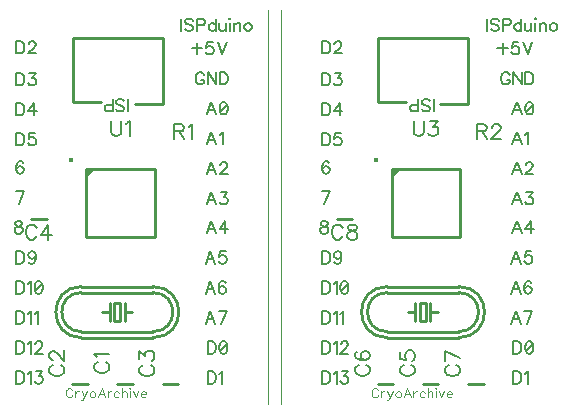
<source format=gto>
G04 DipTrace 2.2.0.9*
%INISPduino.GTO*%
%MOIN*%
%ADD10C,0.0098*%
%ADD15C,0.0013*%
%ADD16O,0.0165X0.0164*%
%ADD41C,0.0077*%
%ADD42C,0.0062*%
%ADD43C,0.0046*%
%FSLAX44Y44*%
%SFA1B1*%
%OFA0B0*%
G04*
G70*
G90*
G75*
G01*
%LNTopSilk*%
%LPD*%
X7640Y11836D2*
D10*
X9923D1*
Y9552D1*
X7640D1*
Y11836D1*
D16*
X7123Y12147D3*
G36*
X7640Y11836D2*
Y11521D1*
X7955Y11836D1*
X7640D1*
G37*
X9878Y7915D2*
D10*
X7478D1*
X9878Y6215D2*
X7478D1*
X9878Y7715D2*
X7478D1*
Y6415D2*
X9878D1*
X8778Y6765D2*
X8578D1*
Y7365D1*
X8778D1*
Y6765D1*
X8428D2*
Y7065D1*
Y7365D1*
X8928Y6765D2*
Y7065D1*
Y7365D1*
X8428Y7065D2*
X8178D1*
X8928D2*
X9178D1*
X9878Y6215D2*
G03X9878Y7915I0J850D01*
G01*
X7478D2*
G03X7478Y6215I0J-850D01*
G01*
X9878Y6415D2*
G03X9878Y7715I0J650D01*
G01*
X7478D2*
G03X7478Y6415I0J-650D01*
G01*
X9195Y4653D2*
X8684D1*
X7695D2*
X7184D1*
X10696Y4652D2*
X10185D1*
X6321Y10152D2*
X5810D1*
X9253Y14004D2*
X10191D1*
Y16191D1*
X7191D1*
Y14129D1*
Y14066D1*
X8128D1*
X17828Y11836D2*
X20112D1*
Y9552D1*
X17828D1*
Y11836D1*
D16*
X17312Y12147D3*
G36*
X17828Y11836D2*
Y11521D1*
X18143Y11836D1*
X17828D1*
G37*
X20067Y7915D2*
D10*
X17667D1*
X20067Y6215D2*
X17667D1*
X20067Y7715D2*
X17667D1*
Y6415D2*
X20067D1*
X18967Y6765D2*
X18767D1*
Y7365D1*
X18967D1*
Y6765D1*
X18617D2*
Y7065D1*
Y7365D1*
X19117Y6765D2*
Y7065D1*
Y7365D1*
X18617Y7065D2*
X18366D1*
X19117D2*
X19367D1*
X20067Y6215D2*
G03X20067Y7915I0J850D01*
G01*
X17667D2*
G03X17667Y6215I0J-850D01*
G01*
X20067Y6415D2*
G03X20067Y7715I0J650D01*
G01*
X17667D2*
G03X17667Y6415I0J-650D01*
G01*
X19384Y4653D2*
X18872D1*
X17884D2*
X17372D1*
X20885Y4652D2*
X20374D1*
X16510Y10152D2*
X15998D1*
X19442Y14004D2*
X20379D1*
Y16191D1*
X17379D1*
Y14129D1*
Y14066D1*
X18317D1*
X13691Y17129D2*
D15*
Y4003D1*
X14129Y17129D2*
Y4003D1*
X8477Y13434D2*
D41*
Y13075D1*
D2*
X8501Y13003D1*
D2*
X8549Y12956D1*
D2*
X8620Y12931D1*
D2*
X8668D1*
D2*
X8740Y12956D1*
D2*
X8788Y13003D1*
D2*
X8812Y13075D1*
D2*
Y13434D1*
X8966Y13338D2*
X9014Y13362D1*
D2*
X9086Y13433D1*
D2*
Y12931D1*
X8031Y5404D2*
X7984Y5380D1*
D2*
X7936Y5332D1*
D2*
X7912Y5284D1*
D2*
Y5189D1*
D2*
X7936Y5141D1*
D2*
X7984Y5093D1*
D2*
X8031Y5069D1*
D2*
X8103Y5045D1*
D2*
X8223D1*
D2*
X8294Y5069D1*
D2*
X8343Y5093D1*
D2*
X8390Y5141D1*
D2*
X8414Y5189D1*
D2*
Y5284D1*
D2*
X8390Y5332D1*
D2*
X8343Y5380D1*
D2*
X8294Y5404D1*
X8008Y5558D2*
X7984Y5606D1*
D2*
X7913Y5678D1*
D2*
X8414D1*
X6531Y5296D2*
X6484Y5272D1*
D2*
X6436Y5224D1*
D2*
X6412Y5177D1*
D2*
Y5081D1*
D2*
X6436Y5033D1*
D2*
X6484Y4985D1*
D2*
X6531Y4961D1*
D2*
X6603Y4937D1*
D2*
X6723D1*
D2*
X6794Y4961D1*
D2*
X6842Y4985D1*
D2*
X6890Y5033D1*
D2*
X6914Y5081D1*
D2*
Y5177D1*
D2*
X6890Y5224D1*
D2*
X6842Y5272D1*
D2*
X6794Y5296D1*
X6532Y5475D2*
X6508D1*
D2*
X6460Y5499D1*
D2*
X6436Y5522D1*
D2*
X6412Y5570D1*
D2*
Y5666D1*
D2*
X6436Y5714D1*
D2*
X6460Y5737D1*
D2*
X6508Y5762D1*
D2*
X6555D1*
D2*
X6604Y5737D1*
D2*
X6675Y5690D1*
D2*
X6914Y5450D1*
D2*
Y5785D1*
X10573Y13090D2*
X10788D1*
D2*
X10859Y13114D1*
D2*
X10884Y13138D1*
D2*
X10908Y13185D1*
D2*
Y13233D1*
D2*
X10884Y13281D1*
D2*
X10859Y13305D1*
D2*
X10788Y13329D1*
D2*
X10573D1*
D2*
Y12827D1*
X10740Y13090D2*
X10908Y12827D1*
X11062Y13233D2*
X11110Y13257D1*
D2*
X11182Y13329D1*
D2*
Y12827D1*
X9533Y5295D2*
X9485Y5271D1*
D2*
X9437Y5223D1*
D2*
X9413Y5176D1*
D2*
Y5080D1*
D2*
X9437Y5032D1*
D2*
X9485Y4984D1*
D2*
X9533Y4960D1*
D2*
X9604Y4936D1*
D2*
X9724D1*
D2*
X9796Y4960D1*
D2*
X9844Y4984D1*
D2*
X9891Y5032D1*
D2*
X9916Y5080D1*
D2*
Y5176D1*
D2*
X9891Y5223D1*
D2*
X9844Y5271D1*
D2*
X9796Y5295D1*
X9414Y5498D2*
Y5760D1*
D2*
X9605Y5617D1*
D2*
Y5689D1*
D2*
X9629Y5736D1*
D2*
X9652Y5760D1*
D2*
X9724Y5784D1*
D2*
X9772D1*
D2*
X9844Y5760D1*
D2*
X9892Y5713D1*
D2*
X9916Y5641D1*
D2*
Y5569D1*
D2*
X9892Y5498D1*
D2*
X9867Y5474D1*
D2*
X9820Y5449D1*
X5988Y9863D2*
X5964Y9911D1*
D2*
X5916Y9959D1*
D2*
X5869Y9983D1*
D2*
X5773D1*
D2*
X5725Y9959D1*
D2*
X5677Y9911D1*
D2*
X5653Y9863D1*
D2*
X5629Y9791D1*
D2*
Y9671D1*
D2*
X5653Y9600D1*
D2*
X5677Y9552D1*
D2*
X5725Y9505D1*
D2*
X5773Y9480D1*
D2*
X5869D1*
D2*
X5916Y9505D1*
D2*
X5964Y9552D1*
D2*
X5988Y9600D1*
X6382Y9480D2*
Y9982D1*
D2*
X6142Y9648D1*
D2*
X6501D1*
X18558Y13434D2*
Y13075D1*
D2*
X18582Y13003D1*
D2*
X18630Y12956D1*
D2*
X18702Y12931D1*
D2*
X18749D1*
D2*
X18821Y12956D1*
D2*
X18869Y13003D1*
D2*
X18893Y13075D1*
D2*
Y13434D1*
X19095Y13433D2*
X19358D1*
D2*
X19215Y13242D1*
D2*
X19286D1*
D2*
X19334Y13218D1*
D2*
X19358Y13195D1*
D2*
X19382Y13123D1*
D2*
Y13075D1*
D2*
X19358Y13003D1*
D2*
X19310Y12955D1*
D2*
X19238Y12931D1*
D2*
X19167D1*
D2*
X19095Y12955D1*
D2*
X19071Y12980D1*
D2*
X19047Y13027D1*
X18220Y5296D2*
X18172Y5272D1*
D2*
X18124Y5224D1*
D2*
X18101Y5177D1*
D2*
Y5081D1*
D2*
X18124Y5033D1*
D2*
X18172Y4985D1*
D2*
X18220Y4961D1*
D2*
X18292Y4937D1*
D2*
X18412D1*
D2*
X18483Y4961D1*
D2*
X18531Y4985D1*
D2*
X18579Y5033D1*
D2*
X18603Y5081D1*
D2*
Y5177D1*
D2*
X18579Y5224D1*
D2*
X18531Y5272D1*
D2*
X18483Y5296D1*
X18101Y5737D2*
Y5499D1*
D2*
X18316Y5475D1*
D2*
X18292Y5499D1*
D2*
X18268Y5570D1*
D2*
Y5642D1*
D2*
X18292Y5714D1*
D2*
X18340Y5762D1*
D2*
X18412Y5785D1*
D2*
X18459D1*
D2*
X18531Y5762D1*
D2*
X18579Y5714D1*
D2*
X18603Y5642D1*
D2*
Y5570D1*
D2*
X18579Y5499D1*
D2*
X18555Y5475D1*
D2*
X18507Y5450D1*
X16720Y5308D2*
X16672Y5284D1*
D2*
X16624Y5236D1*
D2*
X16600Y5189D1*
D2*
Y5093D1*
D2*
X16624Y5045D1*
D2*
X16672Y4998D1*
D2*
X16720Y4973D1*
D2*
X16792Y4950D1*
D2*
X16912D1*
D2*
X16983Y4973D1*
D2*
X17031Y4998D1*
D2*
X17078Y5045D1*
D2*
X17103Y5093D1*
D2*
Y5189D1*
D2*
X17078Y5236D1*
D2*
X17031Y5284D1*
D2*
X16983Y5308D1*
X16672Y5749D2*
X16625Y5726D1*
D2*
X16601Y5654D1*
D2*
Y5606D1*
D2*
X16625Y5534D1*
D2*
X16697Y5486D1*
D2*
X16816Y5463D1*
D2*
X16935D1*
D2*
X17031Y5486D1*
D2*
X17079Y5534D1*
D2*
X17103Y5606D1*
D2*
Y5630D1*
D2*
X17079Y5701D1*
D2*
X17031Y5749D1*
D2*
X16959Y5773D1*
D2*
X16935D1*
D2*
X16863Y5749D1*
D2*
X16816Y5701D1*
D2*
X16792Y5630D1*
D2*
Y5606D1*
D2*
X16816Y5534D1*
D2*
X16863Y5486D1*
D2*
X16935Y5463D1*
X20654Y13090D2*
X20869D1*
D2*
X20940Y13114D1*
D2*
X20965Y13138D1*
D2*
X20989Y13185D1*
D2*
Y13233D1*
D2*
X20965Y13281D1*
D2*
X20940Y13305D1*
D2*
X20869Y13329D1*
D2*
X20654D1*
D2*
Y12827D1*
X20821Y13090D2*
X20989Y12827D1*
X21167Y13209D2*
Y13233D1*
D2*
X21191Y13281D1*
D2*
X21215Y13305D1*
D2*
X21263Y13329D1*
D2*
X21359D1*
D2*
X21406Y13305D1*
D2*
X21430Y13281D1*
D2*
X21454Y13233D1*
D2*
Y13185D1*
D2*
X21430Y13137D1*
D2*
X21382Y13066D1*
D2*
X21143Y12827D1*
D2*
X21478D1*
X19721Y5295D2*
X19674Y5271D1*
D2*
X19626Y5223D1*
D2*
X19602Y5176D1*
D2*
Y5080D1*
D2*
X19626Y5032D1*
D2*
X19674Y4984D1*
D2*
X19721Y4960D1*
D2*
X19793Y4936D1*
D2*
X19913D1*
D2*
X19984Y4960D1*
D2*
X20032Y4984D1*
D2*
X20080Y5032D1*
D2*
X20104Y5080D1*
D2*
Y5176D1*
D2*
X20080Y5223D1*
D2*
X20032Y5271D1*
D2*
X19984Y5295D1*
X20104Y5545D2*
X19602Y5784D1*
D2*
Y5449D1*
X16189Y9863D2*
X16165Y9911D1*
D2*
X16117Y9959D1*
D2*
X16069Y9983D1*
D2*
X15974D1*
D2*
X15926Y9959D1*
D2*
X15878Y9911D1*
D2*
X15854Y9863D1*
D2*
X15830Y9791D1*
D2*
Y9671D1*
D2*
X15854Y9600D1*
D2*
X15878Y9552D1*
D2*
X15926Y9505D1*
D2*
X15974Y9480D1*
D2*
X16069D1*
D2*
X16117Y9505D1*
D2*
X16165Y9552D1*
D2*
X16189Y9600D1*
X16463Y9982D2*
X16391Y9958D1*
D2*
X16367Y9911D1*
D2*
Y9863D1*
D2*
X16391Y9815D1*
D2*
X16439Y9791D1*
D2*
X16534Y9767D1*
D2*
X16606Y9743D1*
D2*
X16654Y9695D1*
D2*
X16678Y9648D1*
D2*
Y9576D1*
D2*
X16654Y9528D1*
D2*
X16630Y9504D1*
D2*
X16558Y9480D1*
D2*
X16463D1*
D2*
X16391Y9504D1*
D2*
X16367Y9528D1*
D2*
X16343Y9576D1*
D2*
Y9648D1*
D2*
X16367Y9695D1*
D2*
X16415Y9743D1*
D2*
X16486Y9767D1*
D2*
X16582Y9791D1*
D2*
X16630Y9815D1*
D2*
X16654Y9863D1*
D2*
Y9911D1*
D2*
X16630Y9958D1*
D2*
X16558Y9982D1*
D2*
X16463D1*
X11332Y16026D2*
D42*
Y15681D1*
X11160Y15853D2*
X11504D1*
X11857Y16054D2*
X11666D1*
D2*
X11647Y15882D1*
D2*
X11666Y15901D1*
D2*
X11724Y15921D1*
D2*
X11781D1*
D2*
X11838Y15901D1*
D2*
X11877Y15863D1*
D2*
X11896Y15806D1*
D2*
Y15768D1*
D2*
X11877Y15710D1*
D2*
X11838Y15672D1*
D2*
X11781Y15653D1*
D2*
X11724D1*
D2*
X11666Y15672D1*
D2*
X11647Y15691D1*
D2*
X11628Y15729D1*
X12019Y16055D2*
X12172Y15653D1*
D2*
X12325Y16055D1*
X11572Y14959D2*
X11553Y14997D1*
D2*
X11514Y15036D1*
D2*
X11476Y15055D1*
D2*
X11400D1*
D2*
X11361Y15036D1*
D2*
X11323Y14997D1*
D2*
X11304Y14959D1*
D2*
X11285Y14902D1*
D2*
Y14806D1*
D2*
X11304Y14749D1*
D2*
X11323Y14710D1*
D2*
X11361Y14672D1*
D2*
X11400Y14653D1*
D2*
X11476D1*
D2*
X11514Y14672D1*
D2*
X11553Y14710D1*
D2*
X11572Y14749D1*
D2*
Y14806D1*
D2*
X11476D1*
X11963Y15055D2*
Y14653D1*
D2*
X11695Y15055D1*
D2*
Y14653D1*
X12087Y15055D2*
Y14653D1*
D2*
X12221D1*
D2*
X12278Y14672D1*
D2*
X12317Y14710D1*
D2*
X12336Y14749D1*
D2*
X12355Y14806D1*
D2*
Y14902D1*
D2*
X12336Y14959D1*
D2*
X12317Y14997D1*
D2*
X12278Y15036D1*
D2*
X12221Y15055D1*
D2*
X12087D1*
X11966Y13653D2*
X11813Y14055D1*
D2*
X11660Y13653D1*
X11717Y13787D2*
X11909D1*
X12205Y14054D2*
X12147Y14035D1*
D2*
X12109Y13978D1*
D2*
X12090Y13882D1*
D2*
Y13825D1*
D2*
X12109Y13729D1*
D2*
X12147Y13672D1*
D2*
X12205Y13653D1*
D2*
X12243D1*
D2*
X12300Y13672D1*
D2*
X12338Y13729D1*
D2*
X12358Y13825D1*
D2*
Y13882D1*
D2*
X12338Y13978D1*
D2*
X12300Y14035D1*
D2*
X12243Y14054D1*
D2*
X12205D1*
X12338Y13978D2*
X12109Y13729D1*
X11966Y12653D2*
X11813Y13055D1*
D2*
X11660Y12653D1*
X11717Y12787D2*
X11909D1*
X12090Y12978D2*
X12128Y12997D1*
D2*
X12186Y13054D1*
D2*
Y12653D1*
X11966Y11653D2*
X11813Y12054D1*
D2*
X11660Y11653D1*
X11717Y11787D2*
X11909D1*
X12109Y11959D2*
Y11978D1*
D2*
X12128Y12016D1*
D2*
X12147Y12035D1*
D2*
X12186Y12054D1*
D2*
X12262D1*
D2*
X12300Y12035D1*
D2*
X12319Y12016D1*
D2*
X12339Y11978D1*
D2*
Y11939D1*
D2*
X12319Y11901D1*
D2*
X12281Y11844D1*
D2*
X12090Y11653D1*
D2*
X12358D1*
X11966Y10652D2*
X11813Y11054D1*
D2*
X11660Y10652D1*
X11717Y10786D2*
X11909D1*
X12128Y11054D2*
X12338D1*
D2*
X12224Y10901D1*
D2*
X12281D1*
D2*
X12319Y10882D1*
D2*
X12338Y10863D1*
D2*
X12358Y10805D1*
D2*
Y10767D1*
D2*
X12338Y10710D1*
D2*
X12300Y10671D1*
D2*
X12243Y10652D1*
D2*
X12185D1*
D2*
X12128Y10671D1*
D2*
X12109Y10691D1*
D2*
X12090Y10729D1*
X11966Y9715D2*
X11813Y10117D1*
D2*
X11660Y9715D1*
X11717Y9849D2*
X11909D1*
X12281Y9715D2*
Y10116D1*
D2*
X12090Y9849D1*
D2*
X12377D1*
X11935Y8684D2*
X11781Y9086D1*
D2*
X11628Y8684D1*
X11686Y8818D2*
X11877D1*
X12288Y9085D2*
X12097D1*
D2*
X12078Y8913D1*
D2*
X12097Y8932D1*
D2*
X12154Y8952D1*
D2*
X12211D1*
D2*
X12269Y8932D1*
D2*
X12307Y8894D1*
D2*
X12326Y8837D1*
D2*
Y8799D1*
D2*
X12307Y8741D1*
D2*
X12269Y8703D1*
D2*
X12211Y8684D1*
D2*
X12154D1*
D2*
X12097Y8703D1*
D2*
X12078Y8722D1*
D2*
X12058Y8760D1*
X11935Y7684D2*
X11781Y8086D1*
D2*
X11628Y7684D1*
X11686Y7818D2*
X11877D1*
X12288Y8028D2*
X12269Y8066D1*
D2*
X12211Y8085D1*
D2*
X12173D1*
D2*
X12116Y8066D1*
D2*
X12077Y8009D1*
D2*
X12058Y7913D1*
D2*
Y7818D1*
D2*
X12077Y7741D1*
D2*
X12116Y7703D1*
D2*
X12173Y7684D1*
D2*
X12192D1*
D2*
X12249Y7703D1*
D2*
X12288Y7741D1*
D2*
X12307Y7799D1*
D2*
Y7818D1*
D2*
X12288Y7875D1*
D2*
X12249Y7913D1*
D2*
X12192Y7932D1*
D2*
X12173D1*
D2*
X12116Y7913D1*
D2*
X12077Y7875D1*
D2*
X12058Y7818D1*
X11935Y6684D2*
X11781Y7086D1*
D2*
X11628Y6684D1*
X11686Y6818D2*
X11877D1*
X12135Y6684D2*
X12326Y7085D1*
D2*
X12058D1*
X11691Y6085D2*
Y5684D1*
D2*
X11825D1*
D2*
X11882Y5703D1*
D2*
X11921Y5741D1*
D2*
X11940Y5779D1*
D2*
X11959Y5837D1*
D2*
Y5932D1*
D2*
X11940Y5990D1*
D2*
X11921Y6028D1*
D2*
X11882Y6066D1*
D2*
X11825Y6085D1*
D2*
X11691D1*
X12197D2*
X12140Y6066D1*
D2*
X12101Y6009D1*
D2*
X12082Y5913D1*
D2*
Y5856D1*
D2*
X12101Y5760D1*
D2*
X12140Y5703D1*
D2*
X12197Y5684D1*
D2*
X12235D1*
D2*
X12293Y5703D1*
D2*
X12331Y5760D1*
D2*
X12350Y5856D1*
D2*
Y5913D1*
D2*
X12331Y6009D1*
D2*
X12293Y6066D1*
D2*
X12235Y6085D1*
D2*
X12197D1*
X12331Y6009D2*
X12101Y5760D1*
X11691Y5085D2*
Y4683D1*
D2*
X11825D1*
D2*
X11882Y4703D1*
D2*
X11921Y4741D1*
D2*
X11940Y4779D1*
D2*
X11959Y4836D1*
D2*
Y4932D1*
D2*
X11940Y4990D1*
D2*
X11921Y5028D1*
D2*
X11882Y5066D1*
D2*
X11825Y5085D1*
D2*
X11691D1*
X12082Y5008D2*
X12121Y5028D1*
D2*
X12178Y5085D1*
D2*
Y4683D1*
X5315Y16086D2*
Y15685D1*
D2*
X5449D1*
D2*
X5507Y15704D1*
D2*
X5545Y15742D1*
D2*
X5564Y15781D1*
D2*
X5583Y15838D1*
D2*
Y15934D1*
D2*
X5564Y15991D1*
D2*
X5545Y16029D1*
D2*
X5507Y16067D1*
D2*
X5449Y16086D1*
D2*
X5315D1*
X5726Y15991D2*
Y16010D1*
D2*
X5745Y16048D1*
D2*
X5764Y16067D1*
D2*
X5803Y16086D1*
D2*
X5879D1*
D2*
X5917Y16067D1*
D2*
X5936Y16048D1*
D2*
X5956Y16010D1*
D2*
Y15972D1*
D2*
X5936Y15933D1*
D2*
X5898Y15876D1*
D2*
X5707Y15685D1*
D2*
X5975D1*
X5315Y15024D2*
Y14622D1*
D2*
X5449D1*
D2*
X5507Y14641D1*
D2*
X5545Y14679D1*
D2*
X5564Y14718D1*
D2*
X5583Y14775D1*
D2*
Y14871D1*
D2*
X5564Y14928D1*
D2*
X5545Y14966D1*
D2*
X5507Y15005D1*
D2*
X5449Y15024D1*
D2*
X5315D1*
X5745Y15023D2*
X5955D1*
D2*
X5841Y14870D1*
D2*
X5898D1*
D2*
X5936Y14851D1*
D2*
X5955Y14832D1*
D2*
X5975Y14775D1*
D2*
Y14737D1*
D2*
X5955Y14679D1*
D2*
X5917Y14641D1*
D2*
X5860Y14622D1*
D2*
X5802D1*
D2*
X5745Y14641D1*
D2*
X5726Y14660D1*
D2*
X5707Y14698D1*
X5315Y14024D2*
Y13622D1*
D2*
X5449D1*
D2*
X5507Y13641D1*
D2*
X5545Y13679D1*
D2*
X5564Y13718D1*
D2*
X5583Y13775D1*
D2*
Y13871D1*
D2*
X5564Y13928D1*
D2*
X5545Y13966D1*
D2*
X5507Y14005D1*
D2*
X5449Y14024D1*
D2*
X5315D1*
X5898Y13622D2*
Y14023D1*
D2*
X5707Y13756D1*
D2*
X5994D1*
X5315Y13024D2*
Y12622D1*
D2*
X5449D1*
D2*
X5507Y12641D1*
D2*
X5545Y12679D1*
D2*
X5564Y12718D1*
D2*
X5583Y12775D1*
D2*
Y12871D1*
D2*
X5564Y12928D1*
D2*
X5545Y12966D1*
D2*
X5507Y13005D1*
D2*
X5449Y13024D1*
D2*
X5315D1*
X5936Y13023D2*
X5745D1*
D2*
X5726Y12851D1*
D2*
X5745Y12870D1*
D2*
X5803Y12890D1*
D2*
X5860D1*
D2*
X5917Y12870D1*
D2*
X5956Y12832D1*
D2*
X5975Y12775D1*
D2*
Y12737D1*
D2*
X5956Y12679D1*
D2*
X5917Y12641D1*
D2*
X5860Y12622D1*
D2*
X5803D1*
D2*
X5745Y12641D1*
D2*
X5726Y12660D1*
D2*
X5707Y12698D1*
X5545Y12029D2*
X5526Y12067D1*
D2*
X5468Y12086D1*
D2*
X5430D1*
D2*
X5373Y12067D1*
D2*
X5334Y12009D1*
D2*
X5315Y11914D1*
D2*
Y11818D1*
D2*
X5334Y11742D1*
D2*
X5373Y11703D1*
D2*
X5430Y11684D1*
D2*
X5449D1*
D2*
X5506Y11703D1*
D2*
X5545Y11742D1*
D2*
X5564Y11799D1*
D2*
Y11818D1*
D2*
X5545Y11876D1*
D2*
X5506Y11914D1*
D2*
X5449Y11933D1*
D2*
X5430D1*
D2*
X5373Y11914D1*
D2*
X5334Y11876D1*
D2*
X5315Y11818D1*
X5392Y10684D2*
X5583Y11086D1*
D2*
X5315D1*
X5348Y10085D2*
X5291Y10066D1*
D2*
X5272Y10028D1*
D2*
Y9990D1*
D2*
X5291Y9952D1*
D2*
X5329Y9932D1*
D2*
X5406Y9913D1*
D2*
X5463Y9894D1*
D2*
X5501Y9856D1*
D2*
X5520Y9818D1*
D2*
Y9760D1*
D2*
X5501Y9722D1*
D2*
X5482Y9703D1*
D2*
X5425Y9684D1*
D2*
X5348D1*
D2*
X5291Y9703D1*
D2*
X5272Y9722D1*
D2*
X5253Y9760D1*
D2*
Y9818D1*
D2*
X5272Y9856D1*
D2*
X5310Y9894D1*
D2*
X5367Y9913D1*
D2*
X5444Y9932D1*
D2*
X5482Y9952D1*
D2*
X5501Y9990D1*
D2*
Y10028D1*
D2*
X5482Y10066D1*
D2*
X5425Y10085D1*
D2*
X5348D1*
X5315Y9086D2*
Y8684D1*
D2*
X5449D1*
D2*
X5507Y8703D1*
D2*
X5545Y8741D1*
D2*
X5564Y8780D1*
D2*
X5583Y8837D1*
D2*
Y8933D1*
D2*
X5564Y8990D1*
D2*
X5545Y9028D1*
D2*
X5507Y9067D1*
D2*
X5449Y9086D1*
D2*
X5315D1*
X5956Y8952D2*
X5936Y8894D1*
D2*
X5898Y8856D1*
D2*
X5841Y8837D1*
D2*
X5822D1*
D2*
X5764Y8856D1*
D2*
X5726Y8894D1*
D2*
X5707Y8952D1*
D2*
Y8971D1*
D2*
X5726Y9028D1*
D2*
X5764Y9066D1*
D2*
X5822Y9085D1*
D2*
X5841D1*
D2*
X5898Y9066D1*
D2*
X5936Y9028D1*
D2*
X5956Y8952D1*
D2*
Y8856D1*
D2*
X5936Y8760D1*
D2*
X5898Y8703D1*
D2*
X5841Y8684D1*
D2*
X5803D1*
D2*
X5745Y8703D1*
D2*
X5726Y8741D1*
X5315Y8086D2*
Y7684D1*
D2*
X5449D1*
D2*
X5507Y7703D1*
D2*
X5545Y7741D1*
D2*
X5564Y7780D1*
D2*
X5583Y7837D1*
D2*
Y7933D1*
D2*
X5564Y7990D1*
D2*
X5545Y8028D1*
D2*
X5507Y8067D1*
D2*
X5449Y8086D1*
D2*
X5315D1*
X5707Y8009D2*
X5745Y8028D1*
D2*
X5803Y8085D1*
D2*
Y7684D1*
X6041Y8085D2*
X5984Y8066D1*
D2*
X5945Y8009D1*
D2*
X5926Y7913D1*
D2*
Y7856D1*
D2*
X5945Y7760D1*
D2*
X5984Y7703D1*
D2*
X6041Y7684D1*
D2*
X6079D1*
D2*
X6137Y7703D1*
D2*
X6175Y7760D1*
D2*
X6194Y7856D1*
D2*
Y7913D1*
D2*
X6175Y8009D1*
D2*
X6137Y8066D1*
D2*
X6079Y8085D1*
D2*
X6041D1*
X6175Y8009D2*
X5945Y7760D1*
X5315Y7086D2*
Y6684D1*
D2*
X5449D1*
D2*
X5507Y6703D1*
D2*
X5545Y6741D1*
D2*
X5564Y6780D1*
D2*
X5583Y6837D1*
D2*
Y6933D1*
D2*
X5564Y6990D1*
D2*
X5545Y7028D1*
D2*
X5507Y7067D1*
D2*
X5449Y7086D1*
D2*
X5315D1*
X5707Y7009D2*
X5745Y7028D1*
D2*
X5803Y7085D1*
D2*
Y6684D1*
X5926Y7009D2*
X5965Y7028D1*
D2*
X6022Y7085D1*
D2*
Y6684D1*
X5315Y6085D2*
Y5684D1*
D2*
X5449D1*
D2*
X5507Y5703D1*
D2*
X5545Y5741D1*
D2*
X5564Y5779D1*
D2*
X5583Y5837D1*
D2*
Y5932D1*
D2*
X5564Y5990D1*
D2*
X5545Y6028D1*
D2*
X5507Y6066D1*
D2*
X5449Y6085D1*
D2*
X5315D1*
X5707Y6009D2*
X5745Y6028D1*
D2*
X5803Y6085D1*
D2*
Y5684D1*
X5946Y5989D2*
Y6009D1*
D2*
X5965Y6047D1*
D2*
X5984Y6066D1*
D2*
X6022Y6085D1*
D2*
X6099D1*
D2*
X6137Y6066D1*
D2*
X6156Y6047D1*
D2*
X6175Y6009D1*
D2*
Y5970D1*
D2*
X6156Y5932D1*
D2*
X6118Y5875D1*
D2*
X5926Y5684D1*
D2*
X6194D1*
X5315Y5085D2*
Y4683D1*
D2*
X5449D1*
D2*
X5507Y4703D1*
D2*
X5545Y4741D1*
D2*
X5564Y4779D1*
D2*
X5583Y4836D1*
D2*
Y4932D1*
D2*
X5564Y4990D1*
D2*
X5545Y5028D1*
D2*
X5507Y5066D1*
D2*
X5449Y5085D1*
D2*
X5315D1*
X5707Y5008D2*
X5745Y5028D1*
D2*
X5803Y5085D1*
D2*
Y4683D1*
X5965Y5085D2*
X6175D1*
D2*
X6060Y4932D1*
D2*
X6118D1*
D2*
X6156Y4913D1*
D2*
X6175Y4894D1*
D2*
X6194Y4836D1*
D2*
Y4798D1*
D2*
X6175Y4741D1*
D2*
X6137Y4702D1*
D2*
X6079Y4683D1*
D2*
X6022D1*
D2*
X5965Y4702D1*
D2*
X5946Y4722D1*
D2*
X5926Y4760D1*
X21520Y16026D2*
Y15681D1*
X21348Y15853D2*
X21693D1*
X22046Y16054D2*
X21855D1*
D2*
X21836Y15882D1*
D2*
X21855Y15901D1*
D2*
X21912Y15921D1*
D2*
X21969D1*
D2*
X22027Y15901D1*
D2*
X22065Y15863D1*
D2*
X22084Y15806D1*
D2*
Y15768D1*
D2*
X22065Y15710D1*
D2*
X22027Y15672D1*
D2*
X21969Y15653D1*
D2*
X21912D1*
D2*
X21855Y15672D1*
D2*
X21836Y15691D1*
D2*
X21816Y15729D1*
X22208Y16055D2*
X22361Y15653D1*
D2*
X22514Y16055D1*
X21760Y14959D2*
X21741Y14997D1*
D2*
X21703Y15036D1*
D2*
X21665Y15055D1*
D2*
X21588D1*
D2*
X21550Y15036D1*
D2*
X21512Y14997D1*
D2*
X21492Y14959D1*
D2*
X21473Y14902D1*
D2*
Y14806D1*
D2*
X21492Y14749D1*
D2*
X21512Y14710D1*
D2*
X21550Y14672D1*
D2*
X21588Y14653D1*
D2*
X21665D1*
D2*
X21703Y14672D1*
D2*
X21741Y14710D1*
D2*
X21760Y14749D1*
D2*
Y14806D1*
D2*
X21665D1*
X22152Y15055D2*
Y14653D1*
D2*
X21884Y15055D1*
D2*
Y14653D1*
X22275Y15055D2*
Y14653D1*
D2*
X22409D1*
D2*
X22467Y14672D1*
D2*
X22505Y14710D1*
D2*
X22524Y14749D1*
D2*
X22543Y14806D1*
D2*
Y14902D1*
D2*
X22524Y14959D1*
D2*
X22505Y14997D1*
D2*
X22467Y15036D1*
D2*
X22409Y15055D1*
D2*
X22275D1*
X22155Y13653D2*
X22001Y14055D1*
D2*
X21849Y13653D1*
X21906Y13787D2*
X22097D1*
X22393Y14054D2*
X22336Y14035D1*
D2*
X22297Y13978D1*
D2*
X22278Y13882D1*
D2*
Y13825D1*
D2*
X22297Y13729D1*
D2*
X22336Y13672D1*
D2*
X22393Y13653D1*
D2*
X22431D1*
D2*
X22489Y13672D1*
D2*
X22527Y13729D1*
D2*
X22546Y13825D1*
D2*
Y13882D1*
D2*
X22527Y13978D1*
D2*
X22489Y14035D1*
D2*
X22431Y14054D1*
D2*
X22393D1*
X22527Y13978D2*
X22297Y13729D1*
X22155Y12653D2*
X22001Y13055D1*
D2*
X21849Y12653D1*
X21906Y12787D2*
X22097D1*
X22278Y12978D2*
X22317Y12997D1*
D2*
X22374Y13054D1*
D2*
Y12653D1*
X22155Y11653D2*
X22001Y12054D1*
D2*
X21849Y11653D1*
X21906Y11787D2*
X22097D1*
X22298Y11959D2*
Y11978D1*
D2*
X22317Y12016D1*
D2*
X22336Y12035D1*
D2*
X22374Y12054D1*
D2*
X22451D1*
D2*
X22489Y12035D1*
D2*
X22508Y12016D1*
D2*
X22527Y11978D1*
D2*
Y11939D1*
D2*
X22508Y11901D1*
D2*
X22470Y11844D1*
D2*
X22278Y11653D1*
D2*
X22546D1*
X22155Y10652D2*
X22001Y11054D1*
D2*
X21849Y10652D1*
X21906Y10786D2*
X22097D1*
X22317Y11054D2*
X22527D1*
D2*
X22412Y10901D1*
D2*
X22470D1*
D2*
X22508Y10882D1*
D2*
X22527Y10863D1*
D2*
X22546Y10805D1*
D2*
Y10767D1*
D2*
X22527Y10710D1*
D2*
X22489Y10671D1*
D2*
X22431Y10652D1*
D2*
X22374D1*
D2*
X22317Y10671D1*
D2*
X22298Y10691D1*
D2*
X22278Y10729D1*
X22155Y9715D2*
X22001Y10117D1*
D2*
X21849Y9715D1*
X21906Y9849D2*
X22097D1*
X22470Y9715D2*
Y10116D1*
D2*
X22278Y9849D1*
D2*
X22565D1*
X22123Y8684D2*
X21970Y9086D1*
D2*
X21817Y8684D1*
X21874Y8818D2*
X22066D1*
X22476Y9085D2*
X22285D1*
D2*
X22266Y8913D1*
D2*
X22285Y8932D1*
D2*
X22343Y8952D1*
D2*
X22400D1*
D2*
X22457Y8932D1*
D2*
X22496Y8894D1*
D2*
X22515Y8837D1*
D2*
Y8799D1*
D2*
X22496Y8741D1*
D2*
X22457Y8703D1*
D2*
X22400Y8684D1*
D2*
X22343D1*
D2*
X22285Y8703D1*
D2*
X22266Y8722D1*
D2*
X22247Y8760D1*
X22123Y7684D2*
X21970Y8086D1*
D2*
X21817Y7684D1*
X21874Y7818D2*
X22066D1*
X22476Y8028D2*
X22457Y8066D1*
D2*
X22400Y8085D1*
D2*
X22362D1*
D2*
X22304Y8066D1*
D2*
X22266Y8009D1*
D2*
X22247Y7913D1*
D2*
Y7818D1*
D2*
X22266Y7741D1*
D2*
X22304Y7703D1*
D2*
X22362Y7684D1*
D2*
X22381D1*
D2*
X22438Y7703D1*
D2*
X22476Y7741D1*
D2*
X22495Y7799D1*
D2*
Y7818D1*
D2*
X22476Y7875D1*
D2*
X22438Y7913D1*
D2*
X22381Y7932D1*
D2*
X22362D1*
D2*
X22304Y7913D1*
D2*
X22266Y7875D1*
D2*
X22247Y7818D1*
X22123Y6684D2*
X21970Y7086D1*
D2*
X21817Y6684D1*
X21874Y6818D2*
X22066D1*
X22323Y6684D2*
X22515Y7085D1*
D2*
X22247D1*
X21879Y6085D2*
Y5684D1*
D2*
X22013D1*
D2*
X22071Y5703D1*
D2*
X22109Y5741D1*
D2*
X22128Y5779D1*
D2*
X22147Y5837D1*
D2*
Y5932D1*
D2*
X22128Y5990D1*
D2*
X22109Y6028D1*
D2*
X22071Y6066D1*
D2*
X22013Y6085D1*
D2*
X21879D1*
X22386D2*
X22328Y6066D1*
D2*
X22290Y6009D1*
D2*
X22271Y5913D1*
D2*
Y5856D1*
D2*
X22290Y5760D1*
D2*
X22328Y5703D1*
D2*
X22386Y5684D1*
D2*
X22424D1*
D2*
X22481Y5703D1*
D2*
X22519Y5760D1*
D2*
X22539Y5856D1*
D2*
Y5913D1*
D2*
X22519Y6009D1*
D2*
X22481Y6066D1*
D2*
X22424Y6085D1*
D2*
X22386D1*
X22519Y6009D2*
X22290Y5760D1*
X21879Y5085D2*
Y4683D1*
D2*
X22013D1*
D2*
X22071Y4703D1*
D2*
X22109Y4741D1*
D2*
X22128Y4779D1*
D2*
X22147Y4836D1*
D2*
Y4932D1*
D2*
X22128Y4990D1*
D2*
X22109Y5028D1*
D2*
X22071Y5066D1*
D2*
X22013Y5085D1*
D2*
X21879D1*
X22271Y5008D2*
X22309Y5028D1*
D2*
X22367Y5085D1*
D2*
Y4683D1*
X15504Y16086D2*
Y15685D1*
D2*
X15638D1*
D2*
X15695Y15704D1*
D2*
X15734Y15742D1*
D2*
X15753Y15781D1*
D2*
X15772Y15838D1*
D2*
Y15934D1*
D2*
X15753Y15991D1*
D2*
X15734Y16029D1*
D2*
X15695Y16067D1*
D2*
X15638Y16086D1*
D2*
X15504D1*
X15915Y15991D2*
Y16010D1*
D2*
X15934Y16048D1*
D2*
X15953Y16067D1*
D2*
X15991Y16086D1*
D2*
X16068D1*
D2*
X16106Y16067D1*
D2*
X16125Y16048D1*
D2*
X16144Y16010D1*
D2*
Y15972D1*
D2*
X16125Y15933D1*
D2*
X16087Y15876D1*
D2*
X15895Y15685D1*
D2*
X16163D1*
X15504Y15024D2*
Y14622D1*
D2*
X15638D1*
D2*
X15695Y14641D1*
D2*
X15734Y14679D1*
D2*
X15753Y14718D1*
D2*
X15772Y14775D1*
D2*
Y14871D1*
D2*
X15753Y14928D1*
D2*
X15734Y14966D1*
D2*
X15695Y15005D1*
D2*
X15638Y15024D1*
D2*
X15504D1*
X15934Y15023D2*
X16144D1*
D2*
X16029Y14870D1*
D2*
X16087D1*
D2*
X16125Y14851D1*
D2*
X16144Y14832D1*
D2*
X16163Y14775D1*
D2*
Y14737D1*
D2*
X16144Y14679D1*
D2*
X16106Y14641D1*
D2*
X16048Y14622D1*
D2*
X15991D1*
D2*
X15934Y14641D1*
D2*
X15915Y14660D1*
D2*
X15895Y14698D1*
X15504Y14024D2*
Y13622D1*
D2*
X15638D1*
D2*
X15695Y13641D1*
D2*
X15734Y13679D1*
D2*
X15753Y13718D1*
D2*
X15772Y13775D1*
D2*
Y13871D1*
D2*
X15753Y13928D1*
D2*
X15734Y13966D1*
D2*
X15695Y14005D1*
D2*
X15638Y14024D1*
D2*
X15504D1*
X16087Y13622D2*
Y14023D1*
D2*
X15895Y13756D1*
D2*
X16182D1*
X15504Y13024D2*
Y12622D1*
D2*
X15638D1*
D2*
X15695Y12641D1*
D2*
X15734Y12679D1*
D2*
X15753Y12718D1*
D2*
X15772Y12775D1*
D2*
Y12871D1*
D2*
X15753Y12928D1*
D2*
X15734Y12966D1*
D2*
X15695Y13005D1*
D2*
X15638Y13024D1*
D2*
X15504D1*
X16125Y13023D2*
X15934D1*
D2*
X15915Y12851D1*
D2*
X15934Y12870D1*
D2*
X15991Y12890D1*
D2*
X16048D1*
D2*
X16106Y12870D1*
D2*
X16144Y12832D1*
D2*
X16163Y12775D1*
D2*
Y12737D1*
D2*
X16144Y12679D1*
D2*
X16106Y12641D1*
D2*
X16048Y12622D1*
D2*
X15991D1*
D2*
X15934Y12641D1*
D2*
X15915Y12660D1*
D2*
X15895Y12698D1*
X15733Y12029D2*
X15714Y12067D1*
D2*
X15657Y12086D1*
D2*
X15619D1*
D2*
X15561Y12067D1*
D2*
X15523Y12009D1*
D2*
X15504Y11914D1*
D2*
Y11818D1*
D2*
X15523Y11742D1*
D2*
X15561Y11703D1*
D2*
X15619Y11684D1*
D2*
X15638D1*
D2*
X15695Y11703D1*
D2*
X15733Y11742D1*
D2*
X15752Y11799D1*
D2*
Y11818D1*
D2*
X15733Y11876D1*
D2*
X15695Y11914D1*
D2*
X15638Y11933D1*
D2*
X15619D1*
D2*
X15561Y11914D1*
D2*
X15523Y11876D1*
D2*
X15504Y11818D1*
X15580Y10684D2*
X15772Y11086D1*
D2*
X15504D1*
X15537Y10085D2*
X15480Y10066D1*
D2*
X15460Y10028D1*
D2*
Y9990D1*
D2*
X15480Y9952D1*
D2*
X15518Y9932D1*
D2*
X15594Y9913D1*
D2*
X15652Y9894D1*
D2*
X15690Y9856D1*
D2*
X15709Y9818D1*
D2*
Y9760D1*
D2*
X15690Y9722D1*
D2*
X15671Y9703D1*
D2*
X15613Y9684D1*
D2*
X15537D1*
D2*
X15480Y9703D1*
D2*
X15460Y9722D1*
D2*
X15441Y9760D1*
D2*
Y9818D1*
D2*
X15460Y9856D1*
D2*
X15499Y9894D1*
D2*
X15556Y9913D1*
D2*
X15632Y9932D1*
D2*
X15671Y9952D1*
D2*
X15690Y9990D1*
D2*
Y10028D1*
D2*
X15671Y10066D1*
D2*
X15613Y10085D1*
D2*
X15537D1*
X15504Y9086D2*
Y8684D1*
D2*
X15638D1*
D2*
X15695Y8703D1*
D2*
X15734Y8741D1*
D2*
X15753Y8780D1*
D2*
X15772Y8837D1*
D2*
Y8933D1*
D2*
X15753Y8990D1*
D2*
X15734Y9028D1*
D2*
X15695Y9067D1*
D2*
X15638Y9086D1*
D2*
X15504D1*
X16144Y8952D2*
X16125Y8894D1*
D2*
X16087Y8856D1*
D2*
X16029Y8837D1*
D2*
X16010D1*
D2*
X15953Y8856D1*
D2*
X15915Y8894D1*
D2*
X15895Y8952D1*
D2*
Y8971D1*
D2*
X15915Y9028D1*
D2*
X15953Y9066D1*
D2*
X16010Y9085D1*
D2*
X16029D1*
D2*
X16087Y9066D1*
D2*
X16125Y9028D1*
D2*
X16144Y8952D1*
D2*
Y8856D1*
D2*
X16125Y8760D1*
D2*
X16087Y8703D1*
D2*
X16029Y8684D1*
D2*
X15991D1*
D2*
X15934Y8703D1*
D2*
X15915Y8741D1*
X15504Y8086D2*
Y7684D1*
D2*
X15638D1*
D2*
X15695Y7703D1*
D2*
X15734Y7741D1*
D2*
X15753Y7780D1*
D2*
X15772Y7837D1*
D2*
Y7933D1*
D2*
X15753Y7990D1*
D2*
X15734Y8028D1*
D2*
X15695Y8067D1*
D2*
X15638Y8086D1*
D2*
X15504D1*
X15895Y8009D2*
X15934Y8028D1*
D2*
X15991Y8085D1*
D2*
Y7684D1*
X16230Y8085D2*
X16172Y8066D1*
D2*
X16134Y8009D1*
D2*
X16115Y7913D1*
D2*
Y7856D1*
D2*
X16134Y7760D1*
D2*
X16172Y7703D1*
D2*
X16230Y7684D1*
D2*
X16268D1*
D2*
X16325Y7703D1*
D2*
X16363Y7760D1*
D2*
X16383Y7856D1*
D2*
Y7913D1*
D2*
X16363Y8009D1*
D2*
X16325Y8066D1*
D2*
X16268Y8085D1*
D2*
X16230D1*
X16363Y8009D2*
X16134Y7760D1*
X15504Y7086D2*
Y6684D1*
D2*
X15638D1*
D2*
X15695Y6703D1*
D2*
X15734Y6741D1*
D2*
X15753Y6780D1*
D2*
X15772Y6837D1*
D2*
Y6933D1*
D2*
X15753Y6990D1*
D2*
X15734Y7028D1*
D2*
X15695Y7067D1*
D2*
X15638Y7086D1*
D2*
X15504D1*
X15895Y7009D2*
X15934Y7028D1*
D2*
X15991Y7085D1*
D2*
Y6684D1*
X16115Y7009D2*
X16153Y7028D1*
D2*
X16211Y7085D1*
D2*
Y6684D1*
X15504Y6085D2*
Y5684D1*
D2*
X15638D1*
D2*
X15695Y5703D1*
D2*
X15734Y5741D1*
D2*
X15753Y5779D1*
D2*
X15772Y5837D1*
D2*
Y5932D1*
D2*
X15753Y5990D1*
D2*
X15734Y6028D1*
D2*
X15695Y6066D1*
D2*
X15638Y6085D1*
D2*
X15504D1*
X15895Y6009D2*
X15934Y6028D1*
D2*
X15991Y6085D1*
D2*
Y5684D1*
X16134Y5989D2*
Y6009D1*
D2*
X16153Y6047D1*
D2*
X16172Y6066D1*
D2*
X16211Y6085D1*
D2*
X16287D1*
D2*
X16325Y6066D1*
D2*
X16344Y6047D1*
D2*
X16364Y6009D1*
D2*
Y5970D1*
D2*
X16344Y5932D1*
D2*
X16306Y5875D1*
D2*
X16115Y5684D1*
D2*
X16383D1*
X15504Y5085D2*
Y4683D1*
D2*
X15638D1*
D2*
X15695Y4703D1*
D2*
X15734Y4741D1*
D2*
X15753Y4779D1*
D2*
X15772Y4836D1*
D2*
Y4932D1*
D2*
X15753Y4990D1*
D2*
X15734Y5028D1*
D2*
X15695Y5066D1*
D2*
X15638Y5085D1*
D2*
X15504D1*
X15895Y5008D2*
X15934Y5028D1*
D2*
X15991Y5085D1*
D2*
Y4683D1*
X16153Y5085D2*
X16363D1*
D2*
X16249Y4932D1*
D2*
X16306D1*
D2*
X16344Y4913D1*
D2*
X16363Y4894D1*
D2*
X16383Y4836D1*
D2*
Y4798D1*
D2*
X16363Y4741D1*
D2*
X16325Y4702D1*
D2*
X16268Y4683D1*
D2*
X16210D1*
D2*
X16153Y4702D1*
D2*
X16134Y4722D1*
D2*
X16115Y4760D1*
X10816Y16837D2*
Y16435D1*
X11207Y16779D2*
X11169Y16818D1*
D2*
X11112Y16837D1*
D2*
X11035D1*
D2*
X10978Y16818D1*
D2*
X10939Y16779D1*
D2*
Y16741D1*
D2*
X10959Y16703D1*
D2*
X10978Y16684D1*
D2*
X11016Y16665D1*
D2*
X11131Y16626D1*
D2*
X11169Y16607D1*
D2*
X11188Y16588D1*
D2*
X11207Y16550D1*
D2*
Y16492D1*
D2*
X11169Y16454D1*
D2*
X11112Y16435D1*
D2*
X11035D1*
D2*
X10978Y16454D1*
D2*
X10939Y16492D1*
X11331Y16626D2*
X11503D1*
D2*
X11560Y16645D1*
D2*
X11580Y16665D1*
D2*
X11599Y16703D1*
D2*
Y16760D1*
D2*
X11580Y16798D1*
D2*
X11560Y16818D1*
D2*
X11503Y16837D1*
D2*
X11331D1*
D2*
Y16435D1*
X11952Y16837D2*
Y16435D1*
Y16645D2*
X11914Y16684D1*
D2*
X11875Y16703D1*
D2*
X11818D1*
D2*
X11780Y16684D1*
D2*
X11741Y16645D1*
D2*
X11722Y16588D1*
D2*
Y16550D1*
D2*
X11741Y16492D1*
D2*
X11780Y16454D1*
D2*
X11818Y16435D1*
D2*
X11875D1*
D2*
X11914Y16454D1*
D2*
X11952Y16492D1*
X12075Y16703D2*
Y16511D1*
D2*
X12094Y16454D1*
D2*
X12133Y16435D1*
D2*
X12190D1*
D2*
X12228Y16454D1*
D2*
X12286Y16511D1*
Y16703D2*
Y16435D1*
X12409Y16837D2*
X12428Y16818D1*
D2*
X12448Y16837D1*
D2*
X12428Y16856D1*
D2*
X12409Y16837D1*
X12428Y16703D2*
Y16435D1*
X12571Y16703D2*
Y16435D1*
Y16626D2*
X12629Y16684D1*
D2*
X12667Y16703D1*
D2*
X12724D1*
D2*
X12763Y16684D1*
D2*
X12782Y16626D1*
D2*
Y16435D1*
X13001Y16703D2*
X12963Y16684D1*
D2*
X12924Y16645D1*
D2*
X12905Y16588D1*
D2*
Y16550D1*
D2*
X12924Y16492D1*
D2*
X12963Y16454D1*
D2*
X13001Y16435D1*
D2*
X13058D1*
D2*
X13097Y16454D1*
D2*
X13135Y16492D1*
D2*
X13154Y16550D1*
D2*
Y16588D1*
D2*
X13135Y16645D1*
D2*
X13097Y16684D1*
D2*
X13058Y16703D1*
D2*
X13001D1*
X21004Y16837D2*
Y16435D1*
X21396Y16779D2*
X21358Y16818D1*
D2*
X21300Y16837D1*
D2*
X21224D1*
D2*
X21166Y16818D1*
D2*
X21128Y16779D1*
D2*
Y16741D1*
D2*
X21147Y16703D1*
D2*
X21166Y16684D1*
D2*
X21204Y16665D1*
D2*
X21319Y16626D1*
D2*
X21358Y16607D1*
D2*
X21377Y16588D1*
D2*
X21396Y16550D1*
D2*
Y16492D1*
D2*
X21358Y16454D1*
D2*
X21300Y16435D1*
D2*
X21224D1*
D2*
X21166Y16454D1*
D2*
X21128Y16492D1*
X21519Y16626D2*
X21692D1*
D2*
X21749Y16645D1*
D2*
X21768Y16665D1*
D2*
X21787Y16703D1*
D2*
Y16760D1*
D2*
X21768Y16798D1*
D2*
X21749Y16818D1*
D2*
X21692Y16837D1*
D2*
X21519D1*
D2*
Y16435D1*
X22140Y16837D2*
Y16435D1*
Y16645D2*
X22102Y16684D1*
D2*
X22064Y16703D1*
D2*
X22006D1*
D2*
X21968Y16684D1*
D2*
X21930Y16645D1*
D2*
X21911Y16588D1*
D2*
Y16550D1*
D2*
X21930Y16492D1*
D2*
X21968Y16454D1*
D2*
X22006Y16435D1*
D2*
X22064D1*
D2*
X22102Y16454D1*
D2*
X22140Y16492D1*
X22264Y16703D2*
Y16511D1*
D2*
X22283Y16454D1*
D2*
X22321Y16435D1*
D2*
X22379D1*
D2*
X22417Y16454D1*
D2*
X22474Y16511D1*
Y16703D2*
Y16435D1*
X22598Y16837D2*
X22617Y16818D1*
D2*
X22636Y16837D1*
D2*
X22617Y16856D1*
D2*
X22598Y16837D1*
X22617Y16703D2*
Y16435D1*
X22760Y16703D2*
Y16435D1*
Y16626D2*
X22817Y16684D1*
D2*
X22856Y16703D1*
D2*
X22913D1*
D2*
X22951Y16684D1*
D2*
X22970Y16626D1*
D2*
Y16435D1*
X23189Y16703D2*
X23151Y16684D1*
D2*
X23113Y16645D1*
D2*
X23094Y16588D1*
D2*
Y16550D1*
D2*
X23113Y16492D1*
D2*
X23151Y16454D1*
D2*
X23189Y16435D1*
D2*
X23247D1*
D2*
X23285Y16454D1*
D2*
X23323Y16492D1*
D2*
X23343Y16550D1*
D2*
Y16588D1*
D2*
X23323Y16645D1*
D2*
X23285Y16684D1*
D2*
X23247Y16703D1*
D2*
X23189D1*
X7179Y4454D2*
D43*
X7164Y4483D1*
D2*
X7136Y4512D1*
D2*
X7107Y4526D1*
D2*
X7050D1*
D2*
X7021Y4512D1*
D2*
X6992Y4483D1*
D2*
X6978Y4454D1*
D2*
X6963Y4411D1*
D2*
Y4339D1*
D2*
X6978Y4296D1*
D2*
X6992Y4267D1*
D2*
X7021Y4239D1*
D2*
X7050Y4224D1*
D2*
X7107D1*
D2*
X7136Y4239D1*
D2*
X7164Y4267D1*
D2*
X7179Y4296D1*
X7271Y4425D2*
Y4224D1*
Y4339D2*
X7286Y4382D1*
D2*
X7314Y4411D1*
D2*
X7343Y4425D1*
D2*
X7386D1*
X7494D2*
X7580Y4224D1*
D2*
X7551Y4167D1*
D2*
X7522Y4138D1*
D2*
X7494Y4124D1*
D2*
X7479D1*
X7666Y4425D2*
X7580Y4224D1*
X7830Y4425D2*
X7801Y4411D1*
D2*
X7773Y4382D1*
D2*
X7758Y4339D1*
D2*
Y4311D1*
D2*
X7773Y4267D1*
D2*
X7801Y4239D1*
D2*
X7830Y4224D1*
D2*
X7873D1*
D2*
X7902Y4239D1*
D2*
X7930Y4267D1*
D2*
X7945Y4311D1*
D2*
Y4339D1*
D2*
X7930Y4382D1*
D2*
X7902Y4411D1*
D2*
X7873Y4425D1*
D2*
X7830D1*
X8268Y4224D2*
X8152Y4526D1*
D2*
X8038Y4224D1*
X8081Y4325D2*
X8224D1*
X8360Y4425D2*
Y4224D1*
Y4339D2*
X8375Y4382D1*
D2*
X8403Y4411D1*
D2*
X8432Y4425D1*
D2*
X8475D1*
X8740Y4382D2*
X8711Y4411D1*
D2*
X8683Y4425D1*
D2*
X8640D1*
D2*
X8611Y4411D1*
D2*
X8582Y4382D1*
D2*
X8568Y4339D1*
D2*
Y4311D1*
D2*
X8582Y4267D1*
D2*
X8611Y4239D1*
D2*
X8640Y4224D1*
D2*
X8683D1*
D2*
X8711Y4239D1*
D2*
X8740Y4267D1*
X8833Y4526D2*
Y4224D1*
Y4368D2*
X8876Y4411D1*
D2*
X8905Y4425D1*
D2*
X8948D1*
D2*
X8977Y4411D1*
D2*
X8991Y4368D1*
D2*
Y4224D1*
X9083Y4526D2*
X9098Y4512D1*
D2*
X9112Y4526D1*
D2*
X9098Y4540D1*
D2*
X9083Y4526D1*
X9098Y4425D2*
Y4224D1*
X9205Y4425D2*
X9291Y4224D1*
D2*
X9377Y4425D1*
X9470Y4339D2*
X9642D1*
D2*
Y4368D1*
D2*
X9628Y4397D1*
D2*
X9613Y4411D1*
D2*
X9584Y4425D1*
D2*
X9541D1*
D2*
X9513Y4411D1*
D2*
X9484Y4382D1*
D2*
X9470Y4339D1*
D2*
Y4311D1*
D2*
X9484Y4267D1*
D2*
X9513Y4239D1*
D2*
X9541Y4224D1*
D2*
X9584D1*
D2*
X9613Y4239D1*
D2*
X9642Y4267D1*
X17367Y4454D2*
X17353Y4483D1*
D2*
X17324Y4512D1*
D2*
X17296Y4526D1*
D2*
X17238D1*
D2*
X17209Y4512D1*
D2*
X17181Y4483D1*
D2*
X17166Y4454D1*
D2*
X17152Y4411D1*
D2*
Y4339D1*
D2*
X17166Y4296D1*
D2*
X17181Y4267D1*
D2*
X17209Y4239D1*
D2*
X17238Y4224D1*
D2*
X17296D1*
D2*
X17324Y4239D1*
D2*
X17353Y4267D1*
D2*
X17367Y4296D1*
X17460Y4425D2*
Y4224D1*
Y4339D2*
X17474Y4382D1*
D2*
X17503Y4411D1*
D2*
X17532Y4425D1*
D2*
X17575D1*
X17682D2*
X17768Y4224D1*
D2*
X17740Y4167D1*
D2*
X17711Y4138D1*
D2*
X17682Y4124D1*
D2*
X17668D1*
X17854Y4425D2*
X17768Y4224D1*
X18019Y4425D2*
X17990Y4411D1*
D2*
X17961Y4382D1*
D2*
X17947Y4339D1*
D2*
Y4311D1*
D2*
X17961Y4267D1*
D2*
X17990Y4239D1*
D2*
X18019Y4224D1*
D2*
X18062D1*
D2*
X18091Y4239D1*
D2*
X18119Y4267D1*
D2*
X18134Y4311D1*
D2*
Y4339D1*
D2*
X18119Y4382D1*
D2*
X18091Y4411D1*
D2*
X18062Y4425D1*
D2*
X18019D1*
X18456Y4224D2*
X18341Y4526D1*
D2*
X18226Y4224D1*
X18269Y4325D2*
X18413D1*
X18549Y4425D2*
Y4224D1*
Y4339D2*
X18563Y4382D1*
D2*
X18592Y4411D1*
D2*
X18621Y4425D1*
D2*
X18664D1*
X18929Y4382D2*
X18900Y4411D1*
D2*
X18871Y4425D1*
D2*
X18828D1*
D2*
X18800Y4411D1*
D2*
X18771Y4382D1*
D2*
X18756Y4339D1*
D2*
Y4311D1*
D2*
X18771Y4267D1*
D2*
X18800Y4239D1*
D2*
X18828Y4224D1*
D2*
X18871D1*
D2*
X18900Y4239D1*
D2*
X18929Y4267D1*
X19022Y4526D2*
Y4224D1*
Y4368D2*
X19065Y4411D1*
D2*
X19093Y4425D1*
D2*
X19137D1*
D2*
X19165Y4411D1*
D2*
X19179Y4368D1*
D2*
Y4224D1*
X19272Y4526D2*
X19286Y4512D1*
D2*
X19301Y4526D1*
D2*
X19286Y4540D1*
D2*
X19272Y4526D1*
X19286Y4425D2*
Y4224D1*
X19393Y4425D2*
X19480Y4224D1*
D2*
X19566Y4425D1*
X19658Y4339D2*
X19830D1*
D2*
Y4368D1*
D2*
X19816Y4397D1*
D2*
X19802Y4411D1*
D2*
X19773Y4425D1*
D2*
X19730D1*
D2*
X19701Y4411D1*
D2*
X19672Y4382D1*
D2*
X19658Y4339D1*
D2*
Y4311D1*
D2*
X19672Y4267D1*
D2*
X19701Y4239D1*
D2*
X19730Y4224D1*
D2*
X19773D1*
D2*
X19802Y4239D1*
D2*
X19830Y4267D1*
X9035Y13764D2*
D42*
Y14166D1*
X8643Y13822D2*
X8681Y13783D1*
D2*
X8739Y13764D1*
D2*
X8815D1*
D2*
X8873Y13783D1*
D2*
X8911Y13822D1*
D2*
Y13860D1*
D2*
X8892Y13898D1*
D2*
X8873Y13917D1*
D2*
X8835Y13936D1*
D2*
X8720Y13975D1*
D2*
X8681Y13994D1*
D2*
X8662Y14013D1*
D2*
X8643Y14051D1*
D2*
Y14109D1*
D2*
X8681Y14147D1*
D2*
X8739Y14166D1*
D2*
X8815D1*
D2*
X8873Y14147D1*
D2*
X8911Y14109D1*
X8520Y13975D2*
X8347D1*
D2*
X8290Y13956D1*
D2*
X8271Y13936D1*
D2*
X8252Y13898D1*
D2*
Y13841D1*
D2*
X8271Y13803D1*
D2*
X8290Y13783D1*
D2*
X8347Y13764D1*
D2*
X8520D1*
D2*
Y14166D1*
X19223Y13764D2*
Y14166D1*
X18832Y13822D2*
X18870Y13783D1*
D2*
X18927Y13764D1*
D2*
X19004D1*
D2*
X19061Y13783D1*
D2*
X19100Y13822D1*
D2*
Y13860D1*
D2*
X19080Y13898D1*
D2*
X19061Y13917D1*
D2*
X19023Y13936D1*
D2*
X18908Y13975D1*
D2*
X18870Y13994D1*
D2*
X18851Y14013D1*
D2*
X18832Y14051D1*
D2*
Y14109D1*
D2*
X18870Y14147D1*
D2*
X18927Y14166D1*
D2*
X19004D1*
D2*
X19061Y14147D1*
D2*
X19100Y14109D1*
X18708Y13975D2*
X18536D1*
D2*
X18479Y13956D1*
D2*
X18459Y13936D1*
D2*
X18440Y13898D1*
D2*
Y13841D1*
D2*
X18459Y13803D1*
D2*
X18479Y13783D1*
D2*
X18536Y13764D1*
D2*
X18708D1*
D2*
Y14166D1*
M02*

</source>
